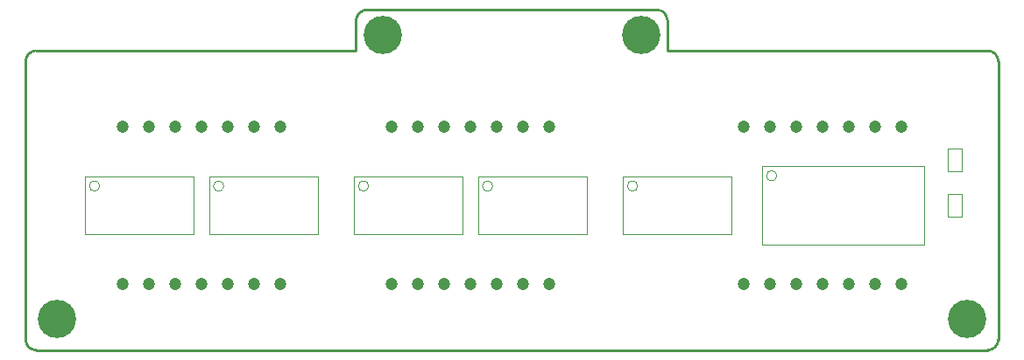
<source format=gts>
G04 Layer_Color=8388736*
%FSLAX42Y42*%
%MOMM*%
G71*
G01*
G75*
%ADD10C,0.25*%
%ADD12C,0.25*%
%ADD13C,0.10*%
%ADD22C,3.70*%
%ADD23C,1.20*%
D10*
X100Y2900D02*
G03*
X0Y2800I0J-100D01*
G01*
Y100D02*
G03*
X100Y0I100J0D01*
G01*
X9300D02*
G03*
X9400Y100I0J100D01*
G01*
Y2800D02*
G03*
X9300Y2900I-100J0D01*
G01*
X6200Y3200D02*
G03*
X6100Y3300I-100J0D01*
G01*
X3310D02*
G03*
X3190Y3180I0J-120D01*
G01*
D12*
X0Y100D02*
Y2800D01*
X100Y2900D02*
X3190Y2900D01*
X100Y0D02*
X9300D01*
X9400Y100D02*
Y2800D01*
X6200Y2900D02*
X9300D01*
X6200D02*
Y3200D01*
X3190Y2900D02*
Y3180D01*
X3310Y3300D02*
X6100D01*
D13*
X7260Y1690D02*
G03*
X7260Y1690I-50J0D01*
G01*
X5915Y1590D02*
G03*
X5915Y1590I-50J0D01*
G01*
X4515D02*
G03*
X4515Y1590I-50J0D01*
G01*
X3315D02*
G03*
X3315Y1590I-50J0D01*
G01*
X1915D02*
G03*
X1915Y1590I-50J0D01*
G01*
X715D02*
G03*
X715Y1590I-50J0D01*
G01*
X9047Y1295D02*
Y1515D01*
X8912Y1295D02*
Y1515D01*
Y1295D02*
X9047D01*
X8912Y1515D02*
X9047D01*
X8912Y1950D02*
X9047D01*
X8912Y1730D02*
X9047D01*
X8912D02*
Y1950D01*
X9047Y1730D02*
Y1950D01*
X7120Y1780D02*
X8680D01*
X7120Y1020D02*
X8680D01*
X7120D02*
Y1780D01*
X8680Y1020D02*
Y1780D01*
X6825Y1120D02*
Y1680D01*
X5775Y1120D02*
Y1680D01*
Y1120D02*
X6825D01*
X5775Y1680D02*
X6825D01*
X5425Y1120D02*
Y1680D01*
X4375Y1120D02*
Y1680D01*
Y1120D02*
X5425D01*
X4375Y1680D02*
X5425D01*
X4225Y1120D02*
Y1680D01*
X3175Y1120D02*
Y1680D01*
Y1120D02*
X4225D01*
X3175Y1680D02*
X4225D01*
X2825Y1120D02*
Y1680D01*
X1775Y1120D02*
Y1680D01*
Y1120D02*
X2825D01*
X1775Y1680D02*
X2825D01*
X1625Y1120D02*
Y1680D01*
X575Y1120D02*
Y1680D01*
Y1120D02*
X1625D01*
X575Y1680D02*
X1625D01*
D22*
X3450Y3050D02*
D03*
X5950D02*
D03*
X300Y300D02*
D03*
X9100D02*
D03*
D23*
X8462Y2162D02*
D03*
X8208D02*
D03*
X7954D02*
D03*
X7700D02*
D03*
X7446D02*
D03*
X7192D02*
D03*
X6938D02*
D03*
X8462Y638D02*
D03*
X8208D02*
D03*
X7954D02*
D03*
X7700D02*
D03*
X7446D02*
D03*
X7192D02*
D03*
X6938D02*
D03*
X5062Y2162D02*
D03*
X4808D02*
D03*
X4554D02*
D03*
X4300D02*
D03*
X4046D02*
D03*
X3792D02*
D03*
X3538D02*
D03*
X5062Y638D02*
D03*
X4808D02*
D03*
X4554D02*
D03*
X4300D02*
D03*
X4046D02*
D03*
X3792D02*
D03*
X3538D02*
D03*
X2462Y2162D02*
D03*
X2208D02*
D03*
X1954D02*
D03*
X1700D02*
D03*
X1446D02*
D03*
X1192D02*
D03*
X938D02*
D03*
X2462Y638D02*
D03*
X2208D02*
D03*
X1954D02*
D03*
X1700D02*
D03*
X1446D02*
D03*
X1192D02*
D03*
X938D02*
D03*
M02*

</source>
